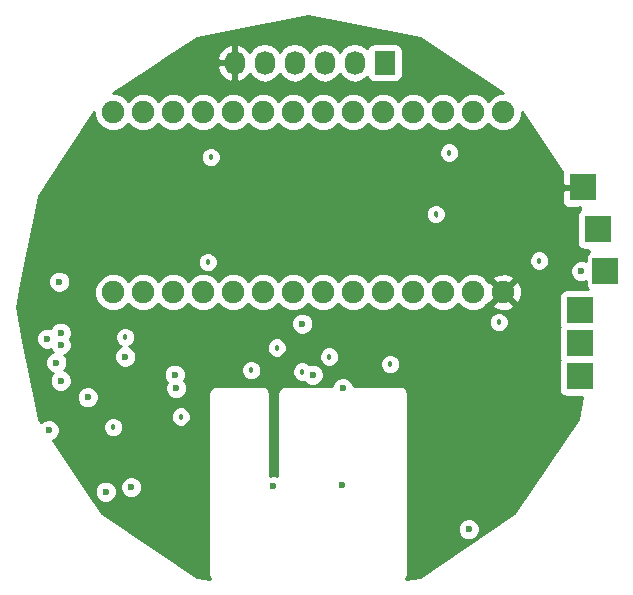
<source format=gbr>
G04 #@! TF.FileFunction,Copper,L3,Inr,Mixed*
%FSLAX46Y46*%
G04 Gerber Fmt 4.6, Leading zero omitted, Abs format (unit mm)*
G04 Created by KiCad (PCBNEW 4.0.2-stable) date 7/7/2016 4:53:19 PM*
%MOMM*%
G01*
G04 APERTURE LIST*
%ADD10C,0.100000*%
%ADD11C,1.900000*%
%ADD12R,2.235200X2.235200*%
%ADD13R,1.727200X2.032000*%
%ADD14O,1.727200X2.032000*%
%ADD15C,0.457200*%
%ADD16C,0.600000*%
%ADD17C,0.254000*%
G04 APERTURE END LIST*
D10*
D11*
X162560000Y-76200000D03*
X160020000Y-76200000D03*
X157480000Y-76200000D03*
X154940000Y-76200000D03*
X152400000Y-76200000D03*
X149860000Y-76200000D03*
X147320000Y-76200000D03*
X144780000Y-76200000D03*
X142240000Y-76200000D03*
X139700000Y-76200000D03*
X137160000Y-76200000D03*
X134620000Y-76200000D03*
X132080000Y-76200000D03*
X132080000Y-91440000D03*
X134620000Y-91440000D03*
X137160000Y-91440000D03*
X139700000Y-91440000D03*
X142240000Y-91440000D03*
X144780000Y-91440000D03*
X147320000Y-91440000D03*
X149860000Y-91440000D03*
X152400000Y-91440000D03*
X154940000Y-91440000D03*
X157480000Y-91440000D03*
X160020000Y-91440000D03*
X162560000Y-91440000D03*
X165100000Y-91440000D03*
X165100000Y-76200000D03*
D12*
X171831000Y-82550000D03*
X173101000Y-86106000D03*
X173736000Y-89662000D03*
X171577000Y-95758000D03*
D13*
X155067000Y-72009000D03*
D14*
X152527000Y-72009000D03*
X149987000Y-72009000D03*
X147447000Y-72009000D03*
X144907000Y-72009000D03*
X142367000Y-72009000D03*
D12*
X171577000Y-98552000D03*
X171577000Y-92964000D03*
D15*
X133477000Y-103886000D03*
X167513000Y-93853000D03*
X130429000Y-78359000D03*
X141605000Y-98044000D03*
X162687000Y-79756000D03*
X141351000Y-69723000D03*
X137033000Y-85090000D03*
D16*
X124968000Y-95250000D03*
X169291000Y-82550000D03*
X140462000Y-94996000D03*
D15*
X164719000Y-93980000D03*
X160528000Y-79629000D03*
X140081000Y-88900000D03*
X168148000Y-88773000D03*
X159385000Y-84836000D03*
X140335000Y-80010000D03*
D16*
X145605500Y-107886500D03*
X162179000Y-111506000D03*
X148082000Y-94107000D03*
X151447500Y-107759500D03*
X171704000Y-89662000D03*
X137287000Y-98425000D03*
X133604000Y-107950000D03*
X126619000Y-103124000D03*
X127635000Y-95885000D03*
X129921000Y-100330000D03*
X131445000Y-108331000D03*
X127635000Y-94869000D03*
D15*
X137795000Y-101981000D03*
X132080000Y-102870000D03*
X143764000Y-98044000D03*
X133096000Y-95250000D03*
D16*
X151511000Y-99568000D03*
X137414000Y-99568000D03*
X133096000Y-96901000D03*
X126492000Y-95377000D03*
X127254000Y-97409000D03*
X148971000Y-98425000D03*
D15*
X155532000Y-97536000D03*
D16*
X127508000Y-90551000D03*
X127635000Y-98933000D03*
D15*
X150368000Y-96901000D03*
X148082000Y-98171000D03*
X145923000Y-96139000D03*
D17*
X159385000Y-84836000D02*
X159385000Y-84963000D01*
G36*
X170084367Y-81291685D02*
X170078400Y-81306090D01*
X170078400Y-82264250D01*
X170237150Y-82423000D01*
X170840287Y-82423000D01*
X171010005Y-82677000D01*
X170237150Y-82677000D01*
X170078400Y-82835750D01*
X170078400Y-83793910D01*
X170175073Y-84027299D01*
X170353702Y-84205927D01*
X170587091Y-84302600D01*
X171545250Y-84302600D01*
X171597309Y-84250541D01*
X171638171Y-84455965D01*
X171531959Y-84524310D01*
X171386969Y-84736510D01*
X171335960Y-84988400D01*
X171335960Y-87223600D01*
X171380238Y-87458917D01*
X171519310Y-87675041D01*
X171731510Y-87820031D01*
X171983400Y-87871040D01*
X172317471Y-87871040D01*
X172351706Y-88043151D01*
X172293959Y-88080310D01*
X172148969Y-88292510D01*
X172097960Y-88544400D01*
X172097960Y-88813183D01*
X171890799Y-88727162D01*
X171518833Y-88726838D01*
X171175057Y-88868883D01*
X170911808Y-89131673D01*
X170769162Y-89475201D01*
X170768838Y-89847167D01*
X170910883Y-90190943D01*
X171173673Y-90454192D01*
X171517201Y-90596838D01*
X171889167Y-90597162D01*
X172097960Y-90510891D01*
X172097960Y-90779600D01*
X172142238Y-91014917D01*
X172260666Y-91198960D01*
X170459400Y-91198960D01*
X170224083Y-91243238D01*
X170007959Y-91382310D01*
X169862969Y-91594510D01*
X169811960Y-91846400D01*
X169811960Y-94081600D01*
X169856238Y-94316917D01*
X169883228Y-94358860D01*
X169862969Y-94388510D01*
X169811960Y-94640400D01*
X169811960Y-96875600D01*
X169856238Y-97110917D01*
X169883228Y-97152860D01*
X169862969Y-97182510D01*
X169811960Y-97434400D01*
X169811960Y-99669600D01*
X169856238Y-99904917D01*
X169995310Y-100121041D01*
X170207510Y-100266031D01*
X170459400Y-100317040D01*
X171766866Y-100317040D01*
X171400586Y-102158454D01*
X166048466Y-110168466D01*
X158038454Y-115520586D01*
X156884421Y-115750137D01*
X156992954Y-115587705D01*
X157047000Y-115316000D01*
X157047000Y-111691167D01*
X161243838Y-111691167D01*
X161385883Y-112034943D01*
X161648673Y-112298192D01*
X161992201Y-112440838D01*
X162364167Y-112441162D01*
X162707943Y-112299117D01*
X162971192Y-112036327D01*
X163113838Y-111692799D01*
X163114162Y-111320833D01*
X162972117Y-110977057D01*
X162709327Y-110713808D01*
X162365799Y-110571162D01*
X161993833Y-110570838D01*
X161650057Y-110712883D01*
X161386808Y-110975673D01*
X161244162Y-111319201D01*
X161243838Y-111691167D01*
X157047000Y-111691167D01*
X157047000Y-100076000D01*
X156992954Y-99804295D01*
X156839046Y-99573954D01*
X156608705Y-99420046D01*
X156337000Y-99366000D01*
X152527000Y-99366000D01*
X152445874Y-99382137D01*
X152304117Y-99039057D01*
X152041327Y-98775808D01*
X151697799Y-98633162D01*
X151325833Y-98632838D01*
X150982057Y-98774883D01*
X150718808Y-99037673D01*
X150576162Y-99381201D01*
X150576161Y-99382144D01*
X150495000Y-99366000D01*
X146685000Y-99366000D01*
X146413295Y-99420046D01*
X146182954Y-99573954D01*
X146029046Y-99804295D01*
X145975000Y-100076000D01*
X145975000Y-107027526D01*
X145792299Y-106951662D01*
X145420333Y-106951338D01*
X145363000Y-106975027D01*
X145363000Y-100076000D01*
X145308954Y-99804295D01*
X145155046Y-99573954D01*
X144924705Y-99420046D01*
X144653000Y-99366000D01*
X140843000Y-99366000D01*
X140571295Y-99420046D01*
X140340954Y-99573954D01*
X140187046Y-99804295D01*
X140133000Y-100076000D01*
X140133000Y-115316000D01*
X140187046Y-115587705D01*
X140295579Y-115750137D01*
X139141546Y-115520586D01*
X131131534Y-110168466D01*
X130027503Y-108516167D01*
X130509838Y-108516167D01*
X130651883Y-108859943D01*
X130914673Y-109123192D01*
X131258201Y-109265838D01*
X131630167Y-109266162D01*
X131973943Y-109124117D01*
X132237192Y-108861327D01*
X132379838Y-108517799D01*
X132380162Y-108145833D01*
X132375755Y-108135167D01*
X132668838Y-108135167D01*
X132810883Y-108478943D01*
X133073673Y-108742192D01*
X133417201Y-108884838D01*
X133789167Y-108885162D01*
X134132943Y-108743117D01*
X134396192Y-108480327D01*
X134538838Y-108136799D01*
X134539162Y-107764833D01*
X134397117Y-107421057D01*
X134134327Y-107157808D01*
X133790799Y-107015162D01*
X133418833Y-107014838D01*
X133075057Y-107156883D01*
X132811808Y-107419673D01*
X132669162Y-107763201D01*
X132668838Y-108135167D01*
X132375755Y-108135167D01*
X132238117Y-107802057D01*
X131975327Y-107538808D01*
X131631799Y-107396162D01*
X131259833Y-107395838D01*
X130916057Y-107537883D01*
X130652808Y-107800673D01*
X130510162Y-108144201D01*
X130509838Y-108516167D01*
X130027503Y-108516167D01*
X126996364Y-103979748D01*
X127147943Y-103917117D01*
X127411192Y-103654327D01*
X127553838Y-103310799D01*
X127554072Y-103041027D01*
X131216250Y-103041027D01*
X131347449Y-103358551D01*
X131590171Y-103601698D01*
X131907466Y-103733450D01*
X132251027Y-103733750D01*
X132568551Y-103602551D01*
X132811698Y-103359829D01*
X132943450Y-103042534D01*
X132943750Y-102698973D01*
X132812551Y-102381449D01*
X132583531Y-102152027D01*
X136931250Y-102152027D01*
X137062449Y-102469551D01*
X137305171Y-102712698D01*
X137622466Y-102844450D01*
X137966027Y-102844750D01*
X138283551Y-102713551D01*
X138526698Y-102470829D01*
X138658450Y-102153534D01*
X138658750Y-101809973D01*
X138527551Y-101492449D01*
X138284829Y-101249302D01*
X137967534Y-101117550D01*
X137623973Y-101117250D01*
X137306449Y-101248449D01*
X137063302Y-101491171D01*
X136931550Y-101808466D01*
X136931250Y-102152027D01*
X132583531Y-102152027D01*
X132569829Y-102138302D01*
X132252534Y-102006550D01*
X131908973Y-102006250D01*
X131591449Y-102137449D01*
X131348302Y-102380171D01*
X131216550Y-102697466D01*
X131216250Y-103041027D01*
X127554072Y-103041027D01*
X127554162Y-102938833D01*
X127412117Y-102595057D01*
X127149327Y-102331808D01*
X126805799Y-102189162D01*
X126433833Y-102188838D01*
X126090057Y-102330883D01*
X125972824Y-102447912D01*
X125779414Y-102158454D01*
X125452545Y-100515167D01*
X128985838Y-100515167D01*
X129127883Y-100858943D01*
X129390673Y-101122192D01*
X129734201Y-101264838D01*
X130106167Y-101265162D01*
X130449943Y-101123117D01*
X130713192Y-100860327D01*
X130855838Y-100516799D01*
X130856162Y-100144833D01*
X130714117Y-99801057D01*
X130451327Y-99537808D01*
X130107799Y-99395162D01*
X129735833Y-99394838D01*
X129392057Y-99536883D01*
X129128808Y-99799673D01*
X128986162Y-100143201D01*
X128985838Y-100515167D01*
X125452545Y-100515167D01*
X124467332Y-95562167D01*
X125556838Y-95562167D01*
X125698883Y-95905943D01*
X125961673Y-96169192D01*
X126305201Y-96311838D01*
X126677167Y-96312162D01*
X126781940Y-96268871D01*
X126841883Y-96413943D01*
X126950488Y-96522737D01*
X126725057Y-96615883D01*
X126461808Y-96878673D01*
X126319162Y-97222201D01*
X126318838Y-97594167D01*
X126460883Y-97937943D01*
X126723673Y-98201192D01*
X126950351Y-98295317D01*
X126842808Y-98402673D01*
X126700162Y-98746201D01*
X126699838Y-99118167D01*
X126841883Y-99461943D01*
X127104673Y-99725192D01*
X127448201Y-99867838D01*
X127820167Y-99868162D01*
X128163943Y-99726117D01*
X128427192Y-99463327D01*
X128569838Y-99119799D01*
X128570162Y-98747833D01*
X128513280Y-98610167D01*
X136351838Y-98610167D01*
X136493883Y-98953943D01*
X136608782Y-99069043D01*
X136479162Y-99381201D01*
X136478838Y-99753167D01*
X136620883Y-100096943D01*
X136883673Y-100360192D01*
X137227201Y-100502838D01*
X137599167Y-100503162D01*
X137942943Y-100361117D01*
X138206192Y-100098327D01*
X138348838Y-99754799D01*
X138349162Y-99382833D01*
X138207117Y-99039057D01*
X138092218Y-98923957D01*
X138221838Y-98611799D01*
X138222162Y-98239833D01*
X138211913Y-98215027D01*
X142900250Y-98215027D01*
X143031449Y-98532551D01*
X143274171Y-98775698D01*
X143591466Y-98907450D01*
X143935027Y-98907750D01*
X144252551Y-98776551D01*
X144495698Y-98533829D01*
X144575340Y-98342027D01*
X147218250Y-98342027D01*
X147349449Y-98659551D01*
X147592171Y-98902698D01*
X147909466Y-99034450D01*
X148253027Y-99034750D01*
X148256937Y-99033135D01*
X148440673Y-99217192D01*
X148784201Y-99359838D01*
X149156167Y-99360162D01*
X149499943Y-99218117D01*
X149763192Y-98955327D01*
X149905838Y-98611799D01*
X149906162Y-98239833D01*
X149764117Y-97896057D01*
X149501327Y-97632808D01*
X149157799Y-97490162D01*
X148785833Y-97489838D01*
X148670038Y-97537683D01*
X148571829Y-97439302D01*
X148254534Y-97307550D01*
X147910973Y-97307250D01*
X147593449Y-97438449D01*
X147350302Y-97681171D01*
X147218550Y-97998466D01*
X147218250Y-98342027D01*
X144575340Y-98342027D01*
X144627450Y-98216534D01*
X144627750Y-97872973D01*
X144496551Y-97555449D01*
X144253829Y-97312302D01*
X143936534Y-97180550D01*
X143592973Y-97180250D01*
X143275449Y-97311449D01*
X143032302Y-97554171D01*
X142900550Y-97871466D01*
X142900250Y-98215027D01*
X138211913Y-98215027D01*
X138080117Y-97896057D01*
X137817327Y-97632808D01*
X137473799Y-97490162D01*
X137101833Y-97489838D01*
X136758057Y-97631883D01*
X136494808Y-97894673D01*
X136352162Y-98238201D01*
X136351838Y-98610167D01*
X128513280Y-98610167D01*
X128428117Y-98404057D01*
X128165327Y-98140808D01*
X127938649Y-98046683D01*
X128046192Y-97939327D01*
X128188838Y-97595799D01*
X128189162Y-97223833D01*
X128132280Y-97086167D01*
X132160838Y-97086167D01*
X132302883Y-97429943D01*
X132565673Y-97693192D01*
X132909201Y-97835838D01*
X133281167Y-97836162D01*
X133624943Y-97694117D01*
X133888192Y-97431327D01*
X134030838Y-97087799D01*
X134030851Y-97072027D01*
X149504250Y-97072027D01*
X149635449Y-97389551D01*
X149878171Y-97632698D01*
X150195466Y-97764450D01*
X150539027Y-97764750D01*
X150678726Y-97707027D01*
X154668250Y-97707027D01*
X154799449Y-98024551D01*
X155042171Y-98267698D01*
X155359466Y-98399450D01*
X155703027Y-98399750D01*
X156020551Y-98268551D01*
X156263698Y-98025829D01*
X156395450Y-97708534D01*
X156395750Y-97364973D01*
X156264551Y-97047449D01*
X156021829Y-96804302D01*
X155704534Y-96672550D01*
X155360973Y-96672250D01*
X155043449Y-96803449D01*
X154800302Y-97046171D01*
X154668550Y-97363466D01*
X154668250Y-97707027D01*
X150678726Y-97707027D01*
X150856551Y-97633551D01*
X151099698Y-97390829D01*
X151231450Y-97073534D01*
X151231750Y-96729973D01*
X151100551Y-96412449D01*
X150857829Y-96169302D01*
X150540534Y-96037550D01*
X150196973Y-96037250D01*
X149879449Y-96168449D01*
X149636302Y-96411171D01*
X149504550Y-96728466D01*
X149504250Y-97072027D01*
X134030851Y-97072027D01*
X134031162Y-96715833D01*
X133889117Y-96372057D01*
X133827196Y-96310027D01*
X145059250Y-96310027D01*
X145190449Y-96627551D01*
X145433171Y-96870698D01*
X145750466Y-97002450D01*
X146094027Y-97002750D01*
X146411551Y-96871551D01*
X146654698Y-96628829D01*
X146786450Y-96311534D01*
X146786750Y-95967973D01*
X146655551Y-95650449D01*
X146412829Y-95407302D01*
X146095534Y-95275550D01*
X145751973Y-95275250D01*
X145434449Y-95406449D01*
X145191302Y-95649171D01*
X145059550Y-95966466D01*
X145059250Y-96310027D01*
X133827196Y-96310027D01*
X133626327Y-96108808D01*
X133453086Y-96036872D01*
X133584551Y-95982551D01*
X133827698Y-95739829D01*
X133959450Y-95422534D01*
X133959750Y-95078973D01*
X133828551Y-94761449D01*
X133585829Y-94518302D01*
X133268534Y-94386550D01*
X132924973Y-94386250D01*
X132607449Y-94517449D01*
X132364302Y-94760171D01*
X132232550Y-95077466D01*
X132232250Y-95421027D01*
X132363449Y-95738551D01*
X132606171Y-95981698D01*
X132738981Y-96036845D01*
X132567057Y-96107883D01*
X132303808Y-96370673D01*
X132161162Y-96714201D01*
X132160838Y-97086167D01*
X128132280Y-97086167D01*
X128047117Y-96880057D01*
X127938512Y-96771263D01*
X128163943Y-96678117D01*
X128427192Y-96415327D01*
X128569838Y-96071799D01*
X128570162Y-95699833D01*
X128436617Y-95376629D01*
X128569838Y-95055799D01*
X128570162Y-94683833D01*
X128428117Y-94340057D01*
X128380311Y-94292167D01*
X147146838Y-94292167D01*
X147288883Y-94635943D01*
X147551673Y-94899192D01*
X147895201Y-95041838D01*
X148267167Y-95042162D01*
X148610943Y-94900117D01*
X148874192Y-94637327D01*
X149016838Y-94293799D01*
X149016962Y-94151027D01*
X163855250Y-94151027D01*
X163986449Y-94468551D01*
X164229171Y-94711698D01*
X164546466Y-94843450D01*
X164890027Y-94843750D01*
X165207551Y-94712551D01*
X165450698Y-94469829D01*
X165582450Y-94152534D01*
X165582750Y-93808973D01*
X165451551Y-93491449D01*
X165208829Y-93248302D01*
X164891534Y-93116550D01*
X164547973Y-93116250D01*
X164230449Y-93247449D01*
X163987302Y-93490171D01*
X163855550Y-93807466D01*
X163855250Y-94151027D01*
X149016962Y-94151027D01*
X149017162Y-93921833D01*
X148875117Y-93578057D01*
X148612327Y-93314808D01*
X148268799Y-93172162D01*
X147896833Y-93171838D01*
X147553057Y-93313883D01*
X147289808Y-93576673D01*
X147147162Y-93920201D01*
X147146838Y-94292167D01*
X128380311Y-94292167D01*
X128165327Y-94076808D01*
X127821799Y-93934162D01*
X127449833Y-93933838D01*
X127106057Y-94075883D01*
X126842808Y-94338673D01*
X126782035Y-94485030D01*
X126678799Y-94442162D01*
X126306833Y-94441838D01*
X125963057Y-94583883D01*
X125699808Y-94846673D01*
X125557162Y-95190201D01*
X125556838Y-95562167D01*
X124467332Y-95562167D01*
X123900000Y-92710000D01*
X124090181Y-91753893D01*
X130494725Y-91753893D01*
X130735519Y-92336657D01*
X131180997Y-92782914D01*
X131763341Y-93024724D01*
X132393893Y-93025275D01*
X132976657Y-92784481D01*
X133350261Y-92411529D01*
X133720997Y-92782914D01*
X134303341Y-93024724D01*
X134933893Y-93025275D01*
X135516657Y-92784481D01*
X135890261Y-92411529D01*
X136260997Y-92782914D01*
X136843341Y-93024724D01*
X137473893Y-93025275D01*
X138056657Y-92784481D01*
X138430261Y-92411529D01*
X138800997Y-92782914D01*
X139383341Y-93024724D01*
X140013893Y-93025275D01*
X140596657Y-92784481D01*
X140970261Y-92411529D01*
X141340997Y-92782914D01*
X141923341Y-93024724D01*
X142553893Y-93025275D01*
X143136657Y-92784481D01*
X143510261Y-92411529D01*
X143880997Y-92782914D01*
X144463341Y-93024724D01*
X145093893Y-93025275D01*
X145676657Y-92784481D01*
X146050261Y-92411529D01*
X146420997Y-92782914D01*
X147003341Y-93024724D01*
X147633893Y-93025275D01*
X148216657Y-92784481D01*
X148590261Y-92411529D01*
X148960997Y-92782914D01*
X149543341Y-93024724D01*
X150173893Y-93025275D01*
X150756657Y-92784481D01*
X151130261Y-92411529D01*
X151500997Y-92782914D01*
X152083341Y-93024724D01*
X152713893Y-93025275D01*
X153296657Y-92784481D01*
X153670261Y-92411529D01*
X154040997Y-92782914D01*
X154623341Y-93024724D01*
X155253893Y-93025275D01*
X155836657Y-92784481D01*
X156210261Y-92411529D01*
X156580997Y-92782914D01*
X157163341Y-93024724D01*
X157793893Y-93025275D01*
X158376657Y-92784481D01*
X158750261Y-92411529D01*
X159120997Y-92782914D01*
X159703341Y-93024724D01*
X160333893Y-93025275D01*
X160916657Y-92784481D01*
X161290261Y-92411529D01*
X161660997Y-92782914D01*
X162243341Y-93024724D01*
X162873893Y-93025275D01*
X163456657Y-92784481D01*
X163685186Y-92556350D01*
X164163255Y-92556350D01*
X164255792Y-92818019D01*
X164847398Y-93036188D01*
X165477461Y-93011352D01*
X165944208Y-92818019D01*
X166036745Y-92556350D01*
X165100000Y-91619605D01*
X164163255Y-92556350D01*
X163685186Y-92556350D01*
X163896116Y-92345789D01*
X163983650Y-92376745D01*
X164920395Y-91440000D01*
X165279605Y-91440000D01*
X166216350Y-92376745D01*
X166478019Y-92284208D01*
X166696188Y-91692602D01*
X166671352Y-91062539D01*
X166478019Y-90595792D01*
X166216350Y-90503255D01*
X165279605Y-91440000D01*
X164920395Y-91440000D01*
X163983650Y-90503255D01*
X163895561Y-90534407D01*
X163685172Y-90323650D01*
X164163255Y-90323650D01*
X165100000Y-91260395D01*
X166036745Y-90323650D01*
X165944208Y-90061981D01*
X165352602Y-89843812D01*
X164722539Y-89868648D01*
X164255792Y-90061981D01*
X164163255Y-90323650D01*
X163685172Y-90323650D01*
X163459003Y-90097086D01*
X162876659Y-89855276D01*
X162246107Y-89854725D01*
X161663343Y-90095519D01*
X161289739Y-90468471D01*
X160919003Y-90097086D01*
X160336659Y-89855276D01*
X159706107Y-89854725D01*
X159123343Y-90095519D01*
X158749739Y-90468471D01*
X158379003Y-90097086D01*
X157796659Y-89855276D01*
X157166107Y-89854725D01*
X156583343Y-90095519D01*
X156209739Y-90468471D01*
X155839003Y-90097086D01*
X155256659Y-89855276D01*
X154626107Y-89854725D01*
X154043343Y-90095519D01*
X153669739Y-90468471D01*
X153299003Y-90097086D01*
X152716659Y-89855276D01*
X152086107Y-89854725D01*
X151503343Y-90095519D01*
X151129739Y-90468471D01*
X150759003Y-90097086D01*
X150176659Y-89855276D01*
X149546107Y-89854725D01*
X148963343Y-90095519D01*
X148589739Y-90468471D01*
X148219003Y-90097086D01*
X147636659Y-89855276D01*
X147006107Y-89854725D01*
X146423343Y-90095519D01*
X146049739Y-90468471D01*
X145679003Y-90097086D01*
X145096659Y-89855276D01*
X144466107Y-89854725D01*
X143883343Y-90095519D01*
X143509739Y-90468471D01*
X143139003Y-90097086D01*
X142556659Y-89855276D01*
X141926107Y-89854725D01*
X141343343Y-90095519D01*
X140969739Y-90468471D01*
X140599003Y-90097086D01*
X140016659Y-89855276D01*
X139386107Y-89854725D01*
X138803343Y-90095519D01*
X138429739Y-90468471D01*
X138059003Y-90097086D01*
X137476659Y-89855276D01*
X136846107Y-89854725D01*
X136263343Y-90095519D01*
X135889739Y-90468471D01*
X135519003Y-90097086D01*
X134936659Y-89855276D01*
X134306107Y-89854725D01*
X133723343Y-90095519D01*
X133349739Y-90468471D01*
X132979003Y-90097086D01*
X132396659Y-89855276D01*
X131766107Y-89854725D01*
X131183343Y-90095519D01*
X130737086Y-90540997D01*
X130495276Y-91123341D01*
X130494725Y-91753893D01*
X124090181Y-91753893D01*
X124292619Y-90736167D01*
X126572838Y-90736167D01*
X126714883Y-91079943D01*
X126977673Y-91343192D01*
X127321201Y-91485838D01*
X127693167Y-91486162D01*
X128036943Y-91344117D01*
X128300192Y-91081327D01*
X128442838Y-90737799D01*
X128443162Y-90365833D01*
X128301117Y-90022057D01*
X128038327Y-89758808D01*
X127694799Y-89616162D01*
X127322833Y-89615838D01*
X126979057Y-89757883D01*
X126715808Y-90020673D01*
X126573162Y-90364201D01*
X126572838Y-90736167D01*
X124292619Y-90736167D01*
X124623836Y-89071027D01*
X139217250Y-89071027D01*
X139348449Y-89388551D01*
X139591171Y-89631698D01*
X139908466Y-89763450D01*
X140252027Y-89763750D01*
X140569551Y-89632551D01*
X140812698Y-89389829D01*
X140944450Y-89072534D01*
X140944562Y-88944027D01*
X167284250Y-88944027D01*
X167415449Y-89261551D01*
X167658171Y-89504698D01*
X167975466Y-89636450D01*
X168319027Y-89636750D01*
X168636551Y-89505551D01*
X168879698Y-89262829D01*
X169011450Y-88945534D01*
X169011750Y-88601973D01*
X168880551Y-88284449D01*
X168637829Y-88041302D01*
X168320534Y-87909550D01*
X167976973Y-87909250D01*
X167659449Y-88040449D01*
X167416302Y-88283171D01*
X167284550Y-88600466D01*
X167284250Y-88944027D01*
X140944562Y-88944027D01*
X140944750Y-88728973D01*
X140813551Y-88411449D01*
X140570829Y-88168302D01*
X140253534Y-88036550D01*
X139909973Y-88036250D01*
X139592449Y-88167449D01*
X139349302Y-88410171D01*
X139217550Y-88727466D01*
X139217250Y-89071027D01*
X124623836Y-89071027D01*
X125432216Y-85007027D01*
X158521250Y-85007027D01*
X158652449Y-85324551D01*
X158895171Y-85567698D01*
X159026233Y-85622119D01*
X159093395Y-85666996D01*
X159171928Y-85682617D01*
X159212466Y-85699450D01*
X159256746Y-85699489D01*
X159385000Y-85725000D01*
X159512133Y-85699712D01*
X159556027Y-85699750D01*
X159596952Y-85682840D01*
X159676605Y-85666996D01*
X159743542Y-85622270D01*
X159873551Y-85568551D01*
X160116698Y-85325829D01*
X160248450Y-85008534D01*
X160248750Y-84664973D01*
X160117551Y-84347449D01*
X159874829Y-84104302D01*
X159557534Y-83972550D01*
X159213973Y-83972250D01*
X158896449Y-84103449D01*
X158653302Y-84346171D01*
X158521550Y-84663466D01*
X158521250Y-85007027D01*
X125432216Y-85007027D01*
X125779414Y-83261546D01*
X127837751Y-80181027D01*
X139471250Y-80181027D01*
X139602449Y-80498551D01*
X139845171Y-80741698D01*
X140162466Y-80873450D01*
X140506027Y-80873750D01*
X140823551Y-80742551D01*
X141066698Y-80499829D01*
X141198450Y-80182534D01*
X141198750Y-79838973D01*
X141182658Y-79800027D01*
X159664250Y-79800027D01*
X159795449Y-80117551D01*
X160038171Y-80360698D01*
X160355466Y-80492450D01*
X160699027Y-80492750D01*
X161016551Y-80361551D01*
X161259698Y-80118829D01*
X161391450Y-79801534D01*
X161391750Y-79457973D01*
X161260551Y-79140449D01*
X161017829Y-78897302D01*
X160700534Y-78765550D01*
X160356973Y-78765250D01*
X160039449Y-78896449D01*
X159796302Y-79139171D01*
X159664550Y-79456466D01*
X159664250Y-79800027D01*
X141182658Y-79800027D01*
X141067551Y-79521449D01*
X140824829Y-79278302D01*
X140507534Y-79146550D01*
X140163973Y-79146250D01*
X139846449Y-79277449D01*
X139603302Y-79520171D01*
X139471550Y-79837466D01*
X139471250Y-80181027D01*
X127837751Y-80181027D01*
X130494996Y-76204181D01*
X130494725Y-76513893D01*
X130735519Y-77096657D01*
X131180997Y-77542914D01*
X131763341Y-77784724D01*
X132393893Y-77785275D01*
X132976657Y-77544481D01*
X133350261Y-77171529D01*
X133720997Y-77542914D01*
X134303341Y-77784724D01*
X134933893Y-77785275D01*
X135516657Y-77544481D01*
X135890261Y-77171529D01*
X136260997Y-77542914D01*
X136843341Y-77784724D01*
X137473893Y-77785275D01*
X138056657Y-77544481D01*
X138430261Y-77171529D01*
X138800997Y-77542914D01*
X139383341Y-77784724D01*
X140013893Y-77785275D01*
X140596657Y-77544481D01*
X140970261Y-77171529D01*
X141340997Y-77542914D01*
X141923341Y-77784724D01*
X142553893Y-77785275D01*
X143136657Y-77544481D01*
X143510261Y-77171529D01*
X143880997Y-77542914D01*
X144463341Y-77784724D01*
X145093893Y-77785275D01*
X145676657Y-77544481D01*
X146050261Y-77171529D01*
X146420997Y-77542914D01*
X147003341Y-77784724D01*
X147633893Y-77785275D01*
X148216657Y-77544481D01*
X148590261Y-77171529D01*
X148960997Y-77542914D01*
X149543341Y-77784724D01*
X150173893Y-77785275D01*
X150756657Y-77544481D01*
X151130261Y-77171529D01*
X151500997Y-77542914D01*
X152083341Y-77784724D01*
X152713893Y-77785275D01*
X153296657Y-77544481D01*
X153670261Y-77171529D01*
X154040997Y-77542914D01*
X154623341Y-77784724D01*
X155253893Y-77785275D01*
X155836657Y-77544481D01*
X156210261Y-77171529D01*
X156580997Y-77542914D01*
X157163341Y-77784724D01*
X157793893Y-77785275D01*
X158376657Y-77544481D01*
X158750261Y-77171529D01*
X159120997Y-77542914D01*
X159703341Y-77784724D01*
X160333893Y-77785275D01*
X160916657Y-77544481D01*
X161290261Y-77171529D01*
X161660997Y-77542914D01*
X162243341Y-77784724D01*
X162873893Y-77785275D01*
X163456657Y-77544481D01*
X163830261Y-77171529D01*
X164200997Y-77542914D01*
X164783341Y-77784724D01*
X165413893Y-77785275D01*
X165996657Y-77544481D01*
X166442914Y-77099003D01*
X166684724Y-76516659D01*
X166684997Y-76204170D01*
X170084367Y-81291685D01*
X170084367Y-81291685D01*
G37*
X170084367Y-81291685D02*
X170078400Y-81306090D01*
X170078400Y-82264250D01*
X170237150Y-82423000D01*
X170840287Y-82423000D01*
X171010005Y-82677000D01*
X170237150Y-82677000D01*
X170078400Y-82835750D01*
X170078400Y-83793910D01*
X170175073Y-84027299D01*
X170353702Y-84205927D01*
X170587091Y-84302600D01*
X171545250Y-84302600D01*
X171597309Y-84250541D01*
X171638171Y-84455965D01*
X171531959Y-84524310D01*
X171386969Y-84736510D01*
X171335960Y-84988400D01*
X171335960Y-87223600D01*
X171380238Y-87458917D01*
X171519310Y-87675041D01*
X171731510Y-87820031D01*
X171983400Y-87871040D01*
X172317471Y-87871040D01*
X172351706Y-88043151D01*
X172293959Y-88080310D01*
X172148969Y-88292510D01*
X172097960Y-88544400D01*
X172097960Y-88813183D01*
X171890799Y-88727162D01*
X171518833Y-88726838D01*
X171175057Y-88868883D01*
X170911808Y-89131673D01*
X170769162Y-89475201D01*
X170768838Y-89847167D01*
X170910883Y-90190943D01*
X171173673Y-90454192D01*
X171517201Y-90596838D01*
X171889167Y-90597162D01*
X172097960Y-90510891D01*
X172097960Y-90779600D01*
X172142238Y-91014917D01*
X172260666Y-91198960D01*
X170459400Y-91198960D01*
X170224083Y-91243238D01*
X170007959Y-91382310D01*
X169862969Y-91594510D01*
X169811960Y-91846400D01*
X169811960Y-94081600D01*
X169856238Y-94316917D01*
X169883228Y-94358860D01*
X169862969Y-94388510D01*
X169811960Y-94640400D01*
X169811960Y-96875600D01*
X169856238Y-97110917D01*
X169883228Y-97152860D01*
X169862969Y-97182510D01*
X169811960Y-97434400D01*
X169811960Y-99669600D01*
X169856238Y-99904917D01*
X169995310Y-100121041D01*
X170207510Y-100266031D01*
X170459400Y-100317040D01*
X171766866Y-100317040D01*
X171400586Y-102158454D01*
X166048466Y-110168466D01*
X158038454Y-115520586D01*
X156884421Y-115750137D01*
X156992954Y-115587705D01*
X157047000Y-115316000D01*
X157047000Y-111691167D01*
X161243838Y-111691167D01*
X161385883Y-112034943D01*
X161648673Y-112298192D01*
X161992201Y-112440838D01*
X162364167Y-112441162D01*
X162707943Y-112299117D01*
X162971192Y-112036327D01*
X163113838Y-111692799D01*
X163114162Y-111320833D01*
X162972117Y-110977057D01*
X162709327Y-110713808D01*
X162365799Y-110571162D01*
X161993833Y-110570838D01*
X161650057Y-110712883D01*
X161386808Y-110975673D01*
X161244162Y-111319201D01*
X161243838Y-111691167D01*
X157047000Y-111691167D01*
X157047000Y-100076000D01*
X156992954Y-99804295D01*
X156839046Y-99573954D01*
X156608705Y-99420046D01*
X156337000Y-99366000D01*
X152527000Y-99366000D01*
X152445874Y-99382137D01*
X152304117Y-99039057D01*
X152041327Y-98775808D01*
X151697799Y-98633162D01*
X151325833Y-98632838D01*
X150982057Y-98774883D01*
X150718808Y-99037673D01*
X150576162Y-99381201D01*
X150576161Y-99382144D01*
X150495000Y-99366000D01*
X146685000Y-99366000D01*
X146413295Y-99420046D01*
X146182954Y-99573954D01*
X146029046Y-99804295D01*
X145975000Y-100076000D01*
X145975000Y-107027526D01*
X145792299Y-106951662D01*
X145420333Y-106951338D01*
X145363000Y-106975027D01*
X145363000Y-100076000D01*
X145308954Y-99804295D01*
X145155046Y-99573954D01*
X144924705Y-99420046D01*
X144653000Y-99366000D01*
X140843000Y-99366000D01*
X140571295Y-99420046D01*
X140340954Y-99573954D01*
X140187046Y-99804295D01*
X140133000Y-100076000D01*
X140133000Y-115316000D01*
X140187046Y-115587705D01*
X140295579Y-115750137D01*
X139141546Y-115520586D01*
X131131534Y-110168466D01*
X130027503Y-108516167D01*
X130509838Y-108516167D01*
X130651883Y-108859943D01*
X130914673Y-109123192D01*
X131258201Y-109265838D01*
X131630167Y-109266162D01*
X131973943Y-109124117D01*
X132237192Y-108861327D01*
X132379838Y-108517799D01*
X132380162Y-108145833D01*
X132375755Y-108135167D01*
X132668838Y-108135167D01*
X132810883Y-108478943D01*
X133073673Y-108742192D01*
X133417201Y-108884838D01*
X133789167Y-108885162D01*
X134132943Y-108743117D01*
X134396192Y-108480327D01*
X134538838Y-108136799D01*
X134539162Y-107764833D01*
X134397117Y-107421057D01*
X134134327Y-107157808D01*
X133790799Y-107015162D01*
X133418833Y-107014838D01*
X133075057Y-107156883D01*
X132811808Y-107419673D01*
X132669162Y-107763201D01*
X132668838Y-108135167D01*
X132375755Y-108135167D01*
X132238117Y-107802057D01*
X131975327Y-107538808D01*
X131631799Y-107396162D01*
X131259833Y-107395838D01*
X130916057Y-107537883D01*
X130652808Y-107800673D01*
X130510162Y-108144201D01*
X130509838Y-108516167D01*
X130027503Y-108516167D01*
X126996364Y-103979748D01*
X127147943Y-103917117D01*
X127411192Y-103654327D01*
X127553838Y-103310799D01*
X127554072Y-103041027D01*
X131216250Y-103041027D01*
X131347449Y-103358551D01*
X131590171Y-103601698D01*
X131907466Y-103733450D01*
X132251027Y-103733750D01*
X132568551Y-103602551D01*
X132811698Y-103359829D01*
X132943450Y-103042534D01*
X132943750Y-102698973D01*
X132812551Y-102381449D01*
X132583531Y-102152027D01*
X136931250Y-102152027D01*
X137062449Y-102469551D01*
X137305171Y-102712698D01*
X137622466Y-102844450D01*
X137966027Y-102844750D01*
X138283551Y-102713551D01*
X138526698Y-102470829D01*
X138658450Y-102153534D01*
X138658750Y-101809973D01*
X138527551Y-101492449D01*
X138284829Y-101249302D01*
X137967534Y-101117550D01*
X137623973Y-101117250D01*
X137306449Y-101248449D01*
X137063302Y-101491171D01*
X136931550Y-101808466D01*
X136931250Y-102152027D01*
X132583531Y-102152027D01*
X132569829Y-102138302D01*
X132252534Y-102006550D01*
X131908973Y-102006250D01*
X131591449Y-102137449D01*
X131348302Y-102380171D01*
X131216550Y-102697466D01*
X131216250Y-103041027D01*
X127554072Y-103041027D01*
X127554162Y-102938833D01*
X127412117Y-102595057D01*
X127149327Y-102331808D01*
X126805799Y-102189162D01*
X126433833Y-102188838D01*
X126090057Y-102330883D01*
X125972824Y-102447912D01*
X125779414Y-102158454D01*
X125452545Y-100515167D01*
X128985838Y-100515167D01*
X129127883Y-100858943D01*
X129390673Y-101122192D01*
X129734201Y-101264838D01*
X130106167Y-101265162D01*
X130449943Y-101123117D01*
X130713192Y-100860327D01*
X130855838Y-100516799D01*
X130856162Y-100144833D01*
X130714117Y-99801057D01*
X130451327Y-99537808D01*
X130107799Y-99395162D01*
X129735833Y-99394838D01*
X129392057Y-99536883D01*
X129128808Y-99799673D01*
X128986162Y-100143201D01*
X128985838Y-100515167D01*
X125452545Y-100515167D01*
X124467332Y-95562167D01*
X125556838Y-95562167D01*
X125698883Y-95905943D01*
X125961673Y-96169192D01*
X126305201Y-96311838D01*
X126677167Y-96312162D01*
X126781940Y-96268871D01*
X126841883Y-96413943D01*
X126950488Y-96522737D01*
X126725057Y-96615883D01*
X126461808Y-96878673D01*
X126319162Y-97222201D01*
X126318838Y-97594167D01*
X126460883Y-97937943D01*
X126723673Y-98201192D01*
X126950351Y-98295317D01*
X126842808Y-98402673D01*
X126700162Y-98746201D01*
X126699838Y-99118167D01*
X126841883Y-99461943D01*
X127104673Y-99725192D01*
X127448201Y-99867838D01*
X127820167Y-99868162D01*
X128163943Y-99726117D01*
X128427192Y-99463327D01*
X128569838Y-99119799D01*
X128570162Y-98747833D01*
X128513280Y-98610167D01*
X136351838Y-98610167D01*
X136493883Y-98953943D01*
X136608782Y-99069043D01*
X136479162Y-99381201D01*
X136478838Y-99753167D01*
X136620883Y-100096943D01*
X136883673Y-100360192D01*
X137227201Y-100502838D01*
X137599167Y-100503162D01*
X137942943Y-100361117D01*
X138206192Y-100098327D01*
X138348838Y-99754799D01*
X138349162Y-99382833D01*
X138207117Y-99039057D01*
X138092218Y-98923957D01*
X138221838Y-98611799D01*
X138222162Y-98239833D01*
X138211913Y-98215027D01*
X142900250Y-98215027D01*
X143031449Y-98532551D01*
X143274171Y-98775698D01*
X143591466Y-98907450D01*
X143935027Y-98907750D01*
X144252551Y-98776551D01*
X144495698Y-98533829D01*
X144575340Y-98342027D01*
X147218250Y-98342027D01*
X147349449Y-98659551D01*
X147592171Y-98902698D01*
X147909466Y-99034450D01*
X148253027Y-99034750D01*
X148256937Y-99033135D01*
X148440673Y-99217192D01*
X148784201Y-99359838D01*
X149156167Y-99360162D01*
X149499943Y-99218117D01*
X149763192Y-98955327D01*
X149905838Y-98611799D01*
X149906162Y-98239833D01*
X149764117Y-97896057D01*
X149501327Y-97632808D01*
X149157799Y-97490162D01*
X148785833Y-97489838D01*
X148670038Y-97537683D01*
X148571829Y-97439302D01*
X148254534Y-97307550D01*
X147910973Y-97307250D01*
X147593449Y-97438449D01*
X147350302Y-97681171D01*
X147218550Y-97998466D01*
X147218250Y-98342027D01*
X144575340Y-98342027D01*
X144627450Y-98216534D01*
X144627750Y-97872973D01*
X144496551Y-97555449D01*
X144253829Y-97312302D01*
X143936534Y-97180550D01*
X143592973Y-97180250D01*
X143275449Y-97311449D01*
X143032302Y-97554171D01*
X142900550Y-97871466D01*
X142900250Y-98215027D01*
X138211913Y-98215027D01*
X138080117Y-97896057D01*
X137817327Y-97632808D01*
X137473799Y-97490162D01*
X137101833Y-97489838D01*
X136758057Y-97631883D01*
X136494808Y-97894673D01*
X136352162Y-98238201D01*
X136351838Y-98610167D01*
X128513280Y-98610167D01*
X128428117Y-98404057D01*
X128165327Y-98140808D01*
X127938649Y-98046683D01*
X128046192Y-97939327D01*
X128188838Y-97595799D01*
X128189162Y-97223833D01*
X128132280Y-97086167D01*
X132160838Y-97086167D01*
X132302883Y-97429943D01*
X132565673Y-97693192D01*
X132909201Y-97835838D01*
X133281167Y-97836162D01*
X133624943Y-97694117D01*
X133888192Y-97431327D01*
X134030838Y-97087799D01*
X134030851Y-97072027D01*
X149504250Y-97072027D01*
X149635449Y-97389551D01*
X149878171Y-97632698D01*
X150195466Y-97764450D01*
X150539027Y-97764750D01*
X150678726Y-97707027D01*
X154668250Y-97707027D01*
X154799449Y-98024551D01*
X155042171Y-98267698D01*
X155359466Y-98399450D01*
X155703027Y-98399750D01*
X156020551Y-98268551D01*
X156263698Y-98025829D01*
X156395450Y-97708534D01*
X156395750Y-97364973D01*
X156264551Y-97047449D01*
X156021829Y-96804302D01*
X155704534Y-96672550D01*
X155360973Y-96672250D01*
X155043449Y-96803449D01*
X154800302Y-97046171D01*
X154668550Y-97363466D01*
X154668250Y-97707027D01*
X150678726Y-97707027D01*
X150856551Y-97633551D01*
X151099698Y-97390829D01*
X151231450Y-97073534D01*
X151231750Y-96729973D01*
X151100551Y-96412449D01*
X150857829Y-96169302D01*
X150540534Y-96037550D01*
X150196973Y-96037250D01*
X149879449Y-96168449D01*
X149636302Y-96411171D01*
X149504550Y-96728466D01*
X149504250Y-97072027D01*
X134030851Y-97072027D01*
X134031162Y-96715833D01*
X133889117Y-96372057D01*
X133827196Y-96310027D01*
X145059250Y-96310027D01*
X145190449Y-96627551D01*
X145433171Y-96870698D01*
X145750466Y-97002450D01*
X146094027Y-97002750D01*
X146411551Y-96871551D01*
X146654698Y-96628829D01*
X146786450Y-96311534D01*
X146786750Y-95967973D01*
X146655551Y-95650449D01*
X146412829Y-95407302D01*
X146095534Y-95275550D01*
X145751973Y-95275250D01*
X145434449Y-95406449D01*
X145191302Y-95649171D01*
X145059550Y-95966466D01*
X145059250Y-96310027D01*
X133827196Y-96310027D01*
X133626327Y-96108808D01*
X133453086Y-96036872D01*
X133584551Y-95982551D01*
X133827698Y-95739829D01*
X133959450Y-95422534D01*
X133959750Y-95078973D01*
X133828551Y-94761449D01*
X133585829Y-94518302D01*
X133268534Y-94386550D01*
X132924973Y-94386250D01*
X132607449Y-94517449D01*
X132364302Y-94760171D01*
X132232550Y-95077466D01*
X132232250Y-95421027D01*
X132363449Y-95738551D01*
X132606171Y-95981698D01*
X132738981Y-96036845D01*
X132567057Y-96107883D01*
X132303808Y-96370673D01*
X132161162Y-96714201D01*
X132160838Y-97086167D01*
X128132280Y-97086167D01*
X128047117Y-96880057D01*
X127938512Y-96771263D01*
X128163943Y-96678117D01*
X128427192Y-96415327D01*
X128569838Y-96071799D01*
X128570162Y-95699833D01*
X128436617Y-95376629D01*
X128569838Y-95055799D01*
X128570162Y-94683833D01*
X128428117Y-94340057D01*
X128380311Y-94292167D01*
X147146838Y-94292167D01*
X147288883Y-94635943D01*
X147551673Y-94899192D01*
X147895201Y-95041838D01*
X148267167Y-95042162D01*
X148610943Y-94900117D01*
X148874192Y-94637327D01*
X149016838Y-94293799D01*
X149016962Y-94151027D01*
X163855250Y-94151027D01*
X163986449Y-94468551D01*
X164229171Y-94711698D01*
X164546466Y-94843450D01*
X164890027Y-94843750D01*
X165207551Y-94712551D01*
X165450698Y-94469829D01*
X165582450Y-94152534D01*
X165582750Y-93808973D01*
X165451551Y-93491449D01*
X165208829Y-93248302D01*
X164891534Y-93116550D01*
X164547973Y-93116250D01*
X164230449Y-93247449D01*
X163987302Y-93490171D01*
X163855550Y-93807466D01*
X163855250Y-94151027D01*
X149016962Y-94151027D01*
X149017162Y-93921833D01*
X148875117Y-93578057D01*
X148612327Y-93314808D01*
X148268799Y-93172162D01*
X147896833Y-93171838D01*
X147553057Y-93313883D01*
X147289808Y-93576673D01*
X147147162Y-93920201D01*
X147146838Y-94292167D01*
X128380311Y-94292167D01*
X128165327Y-94076808D01*
X127821799Y-93934162D01*
X127449833Y-93933838D01*
X127106057Y-94075883D01*
X126842808Y-94338673D01*
X126782035Y-94485030D01*
X126678799Y-94442162D01*
X126306833Y-94441838D01*
X125963057Y-94583883D01*
X125699808Y-94846673D01*
X125557162Y-95190201D01*
X125556838Y-95562167D01*
X124467332Y-95562167D01*
X123900000Y-92710000D01*
X124090181Y-91753893D01*
X130494725Y-91753893D01*
X130735519Y-92336657D01*
X131180997Y-92782914D01*
X131763341Y-93024724D01*
X132393893Y-93025275D01*
X132976657Y-92784481D01*
X133350261Y-92411529D01*
X133720997Y-92782914D01*
X134303341Y-93024724D01*
X134933893Y-93025275D01*
X135516657Y-92784481D01*
X135890261Y-92411529D01*
X136260997Y-92782914D01*
X136843341Y-93024724D01*
X137473893Y-93025275D01*
X138056657Y-92784481D01*
X138430261Y-92411529D01*
X138800997Y-92782914D01*
X139383341Y-93024724D01*
X140013893Y-93025275D01*
X140596657Y-92784481D01*
X140970261Y-92411529D01*
X141340997Y-92782914D01*
X141923341Y-93024724D01*
X142553893Y-93025275D01*
X143136657Y-92784481D01*
X143510261Y-92411529D01*
X143880997Y-92782914D01*
X144463341Y-93024724D01*
X145093893Y-93025275D01*
X145676657Y-92784481D01*
X146050261Y-92411529D01*
X146420997Y-92782914D01*
X147003341Y-93024724D01*
X147633893Y-93025275D01*
X148216657Y-92784481D01*
X148590261Y-92411529D01*
X148960997Y-92782914D01*
X149543341Y-93024724D01*
X150173893Y-93025275D01*
X150756657Y-92784481D01*
X151130261Y-92411529D01*
X151500997Y-92782914D01*
X152083341Y-93024724D01*
X152713893Y-93025275D01*
X153296657Y-92784481D01*
X153670261Y-92411529D01*
X154040997Y-92782914D01*
X154623341Y-93024724D01*
X155253893Y-93025275D01*
X155836657Y-92784481D01*
X156210261Y-92411529D01*
X156580997Y-92782914D01*
X157163341Y-93024724D01*
X157793893Y-93025275D01*
X158376657Y-92784481D01*
X158750261Y-92411529D01*
X159120997Y-92782914D01*
X159703341Y-93024724D01*
X160333893Y-93025275D01*
X160916657Y-92784481D01*
X161290261Y-92411529D01*
X161660997Y-92782914D01*
X162243341Y-93024724D01*
X162873893Y-93025275D01*
X163456657Y-92784481D01*
X163685186Y-92556350D01*
X164163255Y-92556350D01*
X164255792Y-92818019D01*
X164847398Y-93036188D01*
X165477461Y-93011352D01*
X165944208Y-92818019D01*
X166036745Y-92556350D01*
X165100000Y-91619605D01*
X164163255Y-92556350D01*
X163685186Y-92556350D01*
X163896116Y-92345789D01*
X163983650Y-92376745D01*
X164920395Y-91440000D01*
X165279605Y-91440000D01*
X166216350Y-92376745D01*
X166478019Y-92284208D01*
X166696188Y-91692602D01*
X166671352Y-91062539D01*
X166478019Y-90595792D01*
X166216350Y-90503255D01*
X165279605Y-91440000D01*
X164920395Y-91440000D01*
X163983650Y-90503255D01*
X163895561Y-90534407D01*
X163685172Y-90323650D01*
X164163255Y-90323650D01*
X165100000Y-91260395D01*
X166036745Y-90323650D01*
X165944208Y-90061981D01*
X165352602Y-89843812D01*
X164722539Y-89868648D01*
X164255792Y-90061981D01*
X164163255Y-90323650D01*
X163685172Y-90323650D01*
X163459003Y-90097086D01*
X162876659Y-89855276D01*
X162246107Y-89854725D01*
X161663343Y-90095519D01*
X161289739Y-90468471D01*
X160919003Y-90097086D01*
X160336659Y-89855276D01*
X159706107Y-89854725D01*
X159123343Y-90095519D01*
X158749739Y-90468471D01*
X158379003Y-90097086D01*
X157796659Y-89855276D01*
X157166107Y-89854725D01*
X156583343Y-90095519D01*
X156209739Y-90468471D01*
X155839003Y-90097086D01*
X155256659Y-89855276D01*
X154626107Y-89854725D01*
X154043343Y-90095519D01*
X153669739Y-90468471D01*
X153299003Y-90097086D01*
X152716659Y-89855276D01*
X152086107Y-89854725D01*
X151503343Y-90095519D01*
X151129739Y-90468471D01*
X150759003Y-90097086D01*
X150176659Y-89855276D01*
X149546107Y-89854725D01*
X148963343Y-90095519D01*
X148589739Y-90468471D01*
X148219003Y-90097086D01*
X147636659Y-89855276D01*
X147006107Y-89854725D01*
X146423343Y-90095519D01*
X146049739Y-90468471D01*
X145679003Y-90097086D01*
X145096659Y-89855276D01*
X144466107Y-89854725D01*
X143883343Y-90095519D01*
X143509739Y-90468471D01*
X143139003Y-90097086D01*
X142556659Y-89855276D01*
X141926107Y-89854725D01*
X141343343Y-90095519D01*
X140969739Y-90468471D01*
X140599003Y-90097086D01*
X140016659Y-89855276D01*
X139386107Y-89854725D01*
X138803343Y-90095519D01*
X138429739Y-90468471D01*
X138059003Y-90097086D01*
X137476659Y-89855276D01*
X136846107Y-89854725D01*
X136263343Y-90095519D01*
X135889739Y-90468471D01*
X135519003Y-90097086D01*
X134936659Y-89855276D01*
X134306107Y-89854725D01*
X133723343Y-90095519D01*
X133349739Y-90468471D01*
X132979003Y-90097086D01*
X132396659Y-89855276D01*
X131766107Y-89854725D01*
X131183343Y-90095519D01*
X130737086Y-90540997D01*
X130495276Y-91123341D01*
X130494725Y-91753893D01*
X124090181Y-91753893D01*
X124292619Y-90736167D01*
X126572838Y-90736167D01*
X126714883Y-91079943D01*
X126977673Y-91343192D01*
X127321201Y-91485838D01*
X127693167Y-91486162D01*
X128036943Y-91344117D01*
X128300192Y-91081327D01*
X128442838Y-90737799D01*
X128443162Y-90365833D01*
X128301117Y-90022057D01*
X128038327Y-89758808D01*
X127694799Y-89616162D01*
X127322833Y-89615838D01*
X126979057Y-89757883D01*
X126715808Y-90020673D01*
X126573162Y-90364201D01*
X126572838Y-90736167D01*
X124292619Y-90736167D01*
X124623836Y-89071027D01*
X139217250Y-89071027D01*
X139348449Y-89388551D01*
X139591171Y-89631698D01*
X139908466Y-89763450D01*
X140252027Y-89763750D01*
X140569551Y-89632551D01*
X140812698Y-89389829D01*
X140944450Y-89072534D01*
X140944562Y-88944027D01*
X167284250Y-88944027D01*
X167415449Y-89261551D01*
X167658171Y-89504698D01*
X167975466Y-89636450D01*
X168319027Y-89636750D01*
X168636551Y-89505551D01*
X168879698Y-89262829D01*
X169011450Y-88945534D01*
X169011750Y-88601973D01*
X168880551Y-88284449D01*
X168637829Y-88041302D01*
X168320534Y-87909550D01*
X167976973Y-87909250D01*
X167659449Y-88040449D01*
X167416302Y-88283171D01*
X167284550Y-88600466D01*
X167284250Y-88944027D01*
X140944562Y-88944027D01*
X140944750Y-88728973D01*
X140813551Y-88411449D01*
X140570829Y-88168302D01*
X140253534Y-88036550D01*
X139909973Y-88036250D01*
X139592449Y-88167449D01*
X139349302Y-88410171D01*
X139217550Y-88727466D01*
X139217250Y-89071027D01*
X124623836Y-89071027D01*
X125432216Y-85007027D01*
X158521250Y-85007027D01*
X158652449Y-85324551D01*
X158895171Y-85567698D01*
X159026233Y-85622119D01*
X159093395Y-85666996D01*
X159171928Y-85682617D01*
X159212466Y-85699450D01*
X159256746Y-85699489D01*
X159385000Y-85725000D01*
X159512133Y-85699712D01*
X159556027Y-85699750D01*
X159596952Y-85682840D01*
X159676605Y-85666996D01*
X159743542Y-85622270D01*
X159873551Y-85568551D01*
X160116698Y-85325829D01*
X160248450Y-85008534D01*
X160248750Y-84664973D01*
X160117551Y-84347449D01*
X159874829Y-84104302D01*
X159557534Y-83972550D01*
X159213973Y-83972250D01*
X158896449Y-84103449D01*
X158653302Y-84346171D01*
X158521550Y-84663466D01*
X158521250Y-85007027D01*
X125432216Y-85007027D01*
X125779414Y-83261546D01*
X127837751Y-80181027D01*
X139471250Y-80181027D01*
X139602449Y-80498551D01*
X139845171Y-80741698D01*
X140162466Y-80873450D01*
X140506027Y-80873750D01*
X140823551Y-80742551D01*
X141066698Y-80499829D01*
X141198450Y-80182534D01*
X141198750Y-79838973D01*
X141182658Y-79800027D01*
X159664250Y-79800027D01*
X159795449Y-80117551D01*
X160038171Y-80360698D01*
X160355466Y-80492450D01*
X160699027Y-80492750D01*
X161016551Y-80361551D01*
X161259698Y-80118829D01*
X161391450Y-79801534D01*
X161391750Y-79457973D01*
X161260551Y-79140449D01*
X161017829Y-78897302D01*
X160700534Y-78765550D01*
X160356973Y-78765250D01*
X160039449Y-78896449D01*
X159796302Y-79139171D01*
X159664550Y-79456466D01*
X159664250Y-79800027D01*
X141182658Y-79800027D01*
X141067551Y-79521449D01*
X140824829Y-79278302D01*
X140507534Y-79146550D01*
X140163973Y-79146250D01*
X139846449Y-79277449D01*
X139603302Y-79520171D01*
X139471550Y-79837466D01*
X139471250Y-80181027D01*
X127837751Y-80181027D01*
X130494996Y-76204181D01*
X130494725Y-76513893D01*
X130735519Y-77096657D01*
X131180997Y-77542914D01*
X131763341Y-77784724D01*
X132393893Y-77785275D01*
X132976657Y-77544481D01*
X133350261Y-77171529D01*
X133720997Y-77542914D01*
X134303341Y-77784724D01*
X134933893Y-77785275D01*
X135516657Y-77544481D01*
X135890261Y-77171529D01*
X136260997Y-77542914D01*
X136843341Y-77784724D01*
X137473893Y-77785275D01*
X138056657Y-77544481D01*
X138430261Y-77171529D01*
X138800997Y-77542914D01*
X139383341Y-77784724D01*
X140013893Y-77785275D01*
X140596657Y-77544481D01*
X140970261Y-77171529D01*
X141340997Y-77542914D01*
X141923341Y-77784724D01*
X142553893Y-77785275D01*
X143136657Y-77544481D01*
X143510261Y-77171529D01*
X143880997Y-77542914D01*
X144463341Y-77784724D01*
X145093893Y-77785275D01*
X145676657Y-77544481D01*
X146050261Y-77171529D01*
X146420997Y-77542914D01*
X147003341Y-77784724D01*
X147633893Y-77785275D01*
X148216657Y-77544481D01*
X148590261Y-77171529D01*
X148960997Y-77542914D01*
X149543341Y-77784724D01*
X150173893Y-77785275D01*
X150756657Y-77544481D01*
X151130261Y-77171529D01*
X151500997Y-77542914D01*
X152083341Y-77784724D01*
X152713893Y-77785275D01*
X153296657Y-77544481D01*
X153670261Y-77171529D01*
X154040997Y-77542914D01*
X154623341Y-77784724D01*
X155253893Y-77785275D01*
X155836657Y-77544481D01*
X156210261Y-77171529D01*
X156580997Y-77542914D01*
X157163341Y-77784724D01*
X157793893Y-77785275D01*
X158376657Y-77544481D01*
X158750261Y-77171529D01*
X159120997Y-77542914D01*
X159703341Y-77784724D01*
X160333893Y-77785275D01*
X160916657Y-77544481D01*
X161290261Y-77171529D01*
X161660997Y-77542914D01*
X162243341Y-77784724D01*
X162873893Y-77785275D01*
X163456657Y-77544481D01*
X163830261Y-77171529D01*
X164200997Y-77542914D01*
X164783341Y-77784724D01*
X165413893Y-77785275D01*
X165996657Y-77544481D01*
X166442914Y-77099003D01*
X166684724Y-76516659D01*
X166684997Y-76204170D01*
X170084367Y-81291685D01*
G36*
X158038454Y-69899414D02*
X165095819Y-74614996D01*
X164786107Y-74614725D01*
X164203343Y-74855519D01*
X163829739Y-75228471D01*
X163459003Y-74857086D01*
X162876659Y-74615276D01*
X162246107Y-74614725D01*
X161663343Y-74855519D01*
X161289739Y-75228471D01*
X160919003Y-74857086D01*
X160336659Y-74615276D01*
X159706107Y-74614725D01*
X159123343Y-74855519D01*
X158749739Y-75228471D01*
X158379003Y-74857086D01*
X157796659Y-74615276D01*
X157166107Y-74614725D01*
X156583343Y-74855519D01*
X156209739Y-75228471D01*
X155839003Y-74857086D01*
X155256659Y-74615276D01*
X154626107Y-74614725D01*
X154043343Y-74855519D01*
X153669739Y-75228471D01*
X153299003Y-74857086D01*
X152716659Y-74615276D01*
X152086107Y-74614725D01*
X151503343Y-74855519D01*
X151129739Y-75228471D01*
X150759003Y-74857086D01*
X150176659Y-74615276D01*
X149546107Y-74614725D01*
X148963343Y-74855519D01*
X148589739Y-75228471D01*
X148219003Y-74857086D01*
X147636659Y-74615276D01*
X147006107Y-74614725D01*
X146423343Y-74855519D01*
X146049739Y-75228471D01*
X145679003Y-74857086D01*
X145096659Y-74615276D01*
X144466107Y-74614725D01*
X143883343Y-74855519D01*
X143509739Y-75228471D01*
X143139003Y-74857086D01*
X142556659Y-74615276D01*
X141926107Y-74614725D01*
X141343343Y-74855519D01*
X140969739Y-75228471D01*
X140599003Y-74857086D01*
X140016659Y-74615276D01*
X139386107Y-74614725D01*
X138803343Y-74855519D01*
X138429739Y-75228471D01*
X138059003Y-74857086D01*
X137476659Y-74615276D01*
X136846107Y-74614725D01*
X136263343Y-74855519D01*
X135889739Y-75228471D01*
X135519003Y-74857086D01*
X134936659Y-74615276D01*
X134306107Y-74614725D01*
X133723343Y-74855519D01*
X133349739Y-75228471D01*
X132979003Y-74857086D01*
X132396659Y-74615276D01*
X132084170Y-74615003D01*
X135442687Y-72370913D01*
X140881816Y-72370913D01*
X141075046Y-72923320D01*
X141464964Y-73359732D01*
X141992209Y-73613709D01*
X142007974Y-73616358D01*
X142240000Y-73495217D01*
X142240000Y-72136000D01*
X141026076Y-72136000D01*
X140881816Y-72370913D01*
X135442687Y-72370913D01*
X136525968Y-71647087D01*
X140881816Y-71647087D01*
X141026076Y-71882000D01*
X142240000Y-71882000D01*
X142240000Y-70522783D01*
X142494000Y-70522783D01*
X142494000Y-71882000D01*
X142514000Y-71882000D01*
X142514000Y-72136000D01*
X142494000Y-72136000D01*
X142494000Y-73495217D01*
X142726026Y-73616358D01*
X142741791Y-73613709D01*
X143269036Y-73359732D01*
X143640539Y-72943931D01*
X143847330Y-73253415D01*
X144333511Y-73578271D01*
X144907000Y-73692345D01*
X145480489Y-73578271D01*
X145966670Y-73253415D01*
X146177000Y-72938634D01*
X146387330Y-73253415D01*
X146873511Y-73578271D01*
X147447000Y-73692345D01*
X148020489Y-73578271D01*
X148506670Y-73253415D01*
X148717000Y-72938634D01*
X148927330Y-73253415D01*
X149413511Y-73578271D01*
X149987000Y-73692345D01*
X150560489Y-73578271D01*
X151046670Y-73253415D01*
X151257000Y-72938634D01*
X151467330Y-73253415D01*
X151953511Y-73578271D01*
X152527000Y-73692345D01*
X153100489Y-73578271D01*
X153586670Y-73253415D01*
X153596243Y-73239087D01*
X153600238Y-73260317D01*
X153739310Y-73476441D01*
X153951510Y-73621431D01*
X154203400Y-73672440D01*
X155930600Y-73672440D01*
X156165917Y-73628162D01*
X156382041Y-73489090D01*
X156527031Y-73276890D01*
X156578040Y-73025000D01*
X156578040Y-70993000D01*
X156533762Y-70757683D01*
X156394690Y-70541559D01*
X156182490Y-70396569D01*
X155930600Y-70345560D01*
X154203400Y-70345560D01*
X153968083Y-70389838D01*
X153751959Y-70528910D01*
X153606969Y-70741110D01*
X153598600Y-70782439D01*
X153586670Y-70764585D01*
X153100489Y-70439729D01*
X152527000Y-70325655D01*
X151953511Y-70439729D01*
X151467330Y-70764585D01*
X151257000Y-71079366D01*
X151046670Y-70764585D01*
X150560489Y-70439729D01*
X149987000Y-70325655D01*
X149413511Y-70439729D01*
X148927330Y-70764585D01*
X148717000Y-71079366D01*
X148506670Y-70764585D01*
X148020489Y-70439729D01*
X147447000Y-70325655D01*
X146873511Y-70439729D01*
X146387330Y-70764585D01*
X146177000Y-71079366D01*
X145966670Y-70764585D01*
X145480489Y-70439729D01*
X144907000Y-70325655D01*
X144333511Y-70439729D01*
X143847330Y-70764585D01*
X143640539Y-71074069D01*
X143269036Y-70658268D01*
X142741791Y-70404291D01*
X142726026Y-70401642D01*
X142494000Y-70522783D01*
X142240000Y-70522783D01*
X142007974Y-70401642D01*
X141992209Y-70404291D01*
X141464964Y-70658268D01*
X141075046Y-71094680D01*
X140881816Y-71647087D01*
X136525968Y-71647087D01*
X139141546Y-69899414D01*
X148590000Y-68020000D01*
X158038454Y-69899414D01*
X158038454Y-69899414D01*
G37*
X158038454Y-69899414D02*
X165095819Y-74614996D01*
X164786107Y-74614725D01*
X164203343Y-74855519D01*
X163829739Y-75228471D01*
X163459003Y-74857086D01*
X162876659Y-74615276D01*
X162246107Y-74614725D01*
X161663343Y-74855519D01*
X161289739Y-75228471D01*
X160919003Y-74857086D01*
X160336659Y-74615276D01*
X159706107Y-74614725D01*
X159123343Y-74855519D01*
X158749739Y-75228471D01*
X158379003Y-74857086D01*
X157796659Y-74615276D01*
X157166107Y-74614725D01*
X156583343Y-74855519D01*
X156209739Y-75228471D01*
X155839003Y-74857086D01*
X155256659Y-74615276D01*
X154626107Y-74614725D01*
X154043343Y-74855519D01*
X153669739Y-75228471D01*
X153299003Y-74857086D01*
X152716659Y-74615276D01*
X152086107Y-74614725D01*
X151503343Y-74855519D01*
X151129739Y-75228471D01*
X150759003Y-74857086D01*
X150176659Y-74615276D01*
X149546107Y-74614725D01*
X148963343Y-74855519D01*
X148589739Y-75228471D01*
X148219003Y-74857086D01*
X147636659Y-74615276D01*
X147006107Y-74614725D01*
X146423343Y-74855519D01*
X146049739Y-75228471D01*
X145679003Y-74857086D01*
X145096659Y-74615276D01*
X144466107Y-74614725D01*
X143883343Y-74855519D01*
X143509739Y-75228471D01*
X143139003Y-74857086D01*
X142556659Y-74615276D01*
X141926107Y-74614725D01*
X141343343Y-74855519D01*
X140969739Y-75228471D01*
X140599003Y-74857086D01*
X140016659Y-74615276D01*
X139386107Y-74614725D01*
X138803343Y-74855519D01*
X138429739Y-75228471D01*
X138059003Y-74857086D01*
X137476659Y-74615276D01*
X136846107Y-74614725D01*
X136263343Y-74855519D01*
X135889739Y-75228471D01*
X135519003Y-74857086D01*
X134936659Y-74615276D01*
X134306107Y-74614725D01*
X133723343Y-74855519D01*
X133349739Y-75228471D01*
X132979003Y-74857086D01*
X132396659Y-74615276D01*
X132084170Y-74615003D01*
X135442687Y-72370913D01*
X140881816Y-72370913D01*
X141075046Y-72923320D01*
X141464964Y-73359732D01*
X141992209Y-73613709D01*
X142007974Y-73616358D01*
X142240000Y-73495217D01*
X142240000Y-72136000D01*
X141026076Y-72136000D01*
X140881816Y-72370913D01*
X135442687Y-72370913D01*
X136525968Y-71647087D01*
X140881816Y-71647087D01*
X141026076Y-71882000D01*
X142240000Y-71882000D01*
X142240000Y-70522783D01*
X142494000Y-70522783D01*
X142494000Y-71882000D01*
X142514000Y-71882000D01*
X142514000Y-72136000D01*
X142494000Y-72136000D01*
X142494000Y-73495217D01*
X142726026Y-73616358D01*
X142741791Y-73613709D01*
X143269036Y-73359732D01*
X143640539Y-72943931D01*
X143847330Y-73253415D01*
X144333511Y-73578271D01*
X144907000Y-73692345D01*
X145480489Y-73578271D01*
X145966670Y-73253415D01*
X146177000Y-72938634D01*
X146387330Y-73253415D01*
X146873511Y-73578271D01*
X147447000Y-73692345D01*
X148020489Y-73578271D01*
X148506670Y-73253415D01*
X148717000Y-72938634D01*
X148927330Y-73253415D01*
X149413511Y-73578271D01*
X149987000Y-73692345D01*
X150560489Y-73578271D01*
X151046670Y-73253415D01*
X151257000Y-72938634D01*
X151467330Y-73253415D01*
X151953511Y-73578271D01*
X152527000Y-73692345D01*
X153100489Y-73578271D01*
X153586670Y-73253415D01*
X153596243Y-73239087D01*
X153600238Y-73260317D01*
X153739310Y-73476441D01*
X153951510Y-73621431D01*
X154203400Y-73672440D01*
X155930600Y-73672440D01*
X156165917Y-73628162D01*
X156382041Y-73489090D01*
X156527031Y-73276890D01*
X156578040Y-73025000D01*
X156578040Y-70993000D01*
X156533762Y-70757683D01*
X156394690Y-70541559D01*
X156182490Y-70396569D01*
X155930600Y-70345560D01*
X154203400Y-70345560D01*
X153968083Y-70389838D01*
X153751959Y-70528910D01*
X153606969Y-70741110D01*
X153598600Y-70782439D01*
X153586670Y-70764585D01*
X153100489Y-70439729D01*
X152527000Y-70325655D01*
X151953511Y-70439729D01*
X151467330Y-70764585D01*
X151257000Y-71079366D01*
X151046670Y-70764585D01*
X150560489Y-70439729D01*
X149987000Y-70325655D01*
X149413511Y-70439729D01*
X148927330Y-70764585D01*
X148717000Y-71079366D01*
X148506670Y-70764585D01*
X148020489Y-70439729D01*
X147447000Y-70325655D01*
X146873511Y-70439729D01*
X146387330Y-70764585D01*
X146177000Y-71079366D01*
X145966670Y-70764585D01*
X145480489Y-70439729D01*
X144907000Y-70325655D01*
X144333511Y-70439729D01*
X143847330Y-70764585D01*
X143640539Y-71074069D01*
X143269036Y-70658268D01*
X142741791Y-70404291D01*
X142726026Y-70401642D01*
X142494000Y-70522783D01*
X142240000Y-70522783D01*
X142007974Y-70401642D01*
X141992209Y-70404291D01*
X141464964Y-70658268D01*
X141075046Y-71094680D01*
X140881816Y-71647087D01*
X136525968Y-71647087D01*
X139141546Y-69899414D01*
X148590000Y-68020000D01*
X158038454Y-69899414D01*
M02*

</source>
